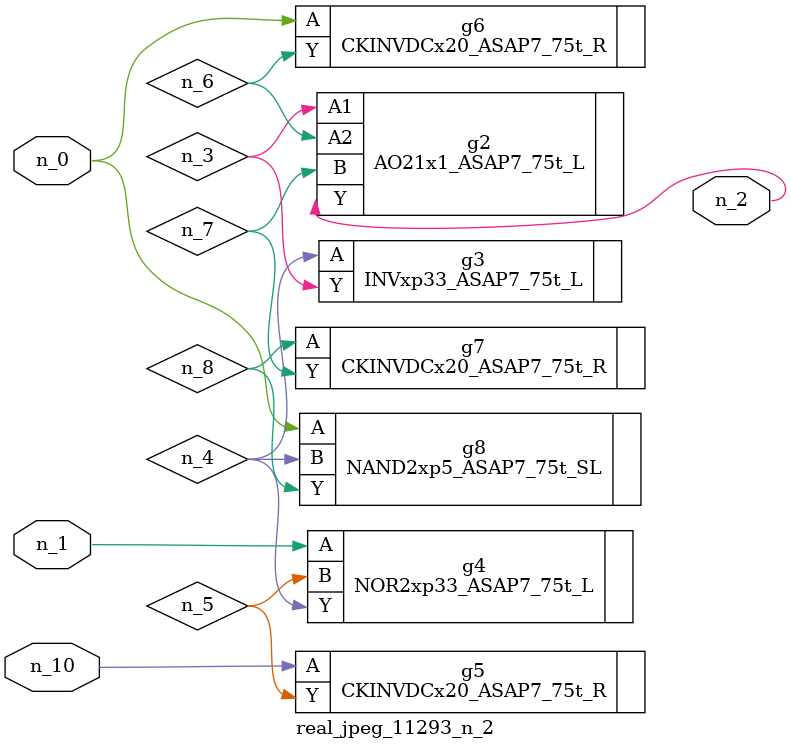
<source format=v>
module real_jpeg_11293_n_2 (n_1, n_10, n_0, n_2);

input n_1;
input n_10;
input n_0;

output n_2;

wire n_5;
wire n_4;
wire n_8;
wire n_6;
wire n_7;
wire n_3;

CKINVDCx20_ASAP7_75t_R g6 ( 
.A(n_0),
.Y(n_6)
);

NAND2xp5_ASAP7_75t_SL g8 ( 
.A(n_0),
.B(n_4),
.Y(n_8)
);

NOR2xp33_ASAP7_75t_L g4 ( 
.A(n_1),
.B(n_5),
.Y(n_4)
);

AO21x1_ASAP7_75t_L g2 ( 
.A1(n_3),
.A2(n_6),
.B(n_7),
.Y(n_2)
);

INVxp33_ASAP7_75t_L g3 ( 
.A(n_4),
.Y(n_3)
);

CKINVDCx20_ASAP7_75t_R g7 ( 
.A(n_8),
.Y(n_7)
);

CKINVDCx20_ASAP7_75t_R g5 ( 
.A(n_10),
.Y(n_5)
);


endmodule
</source>
